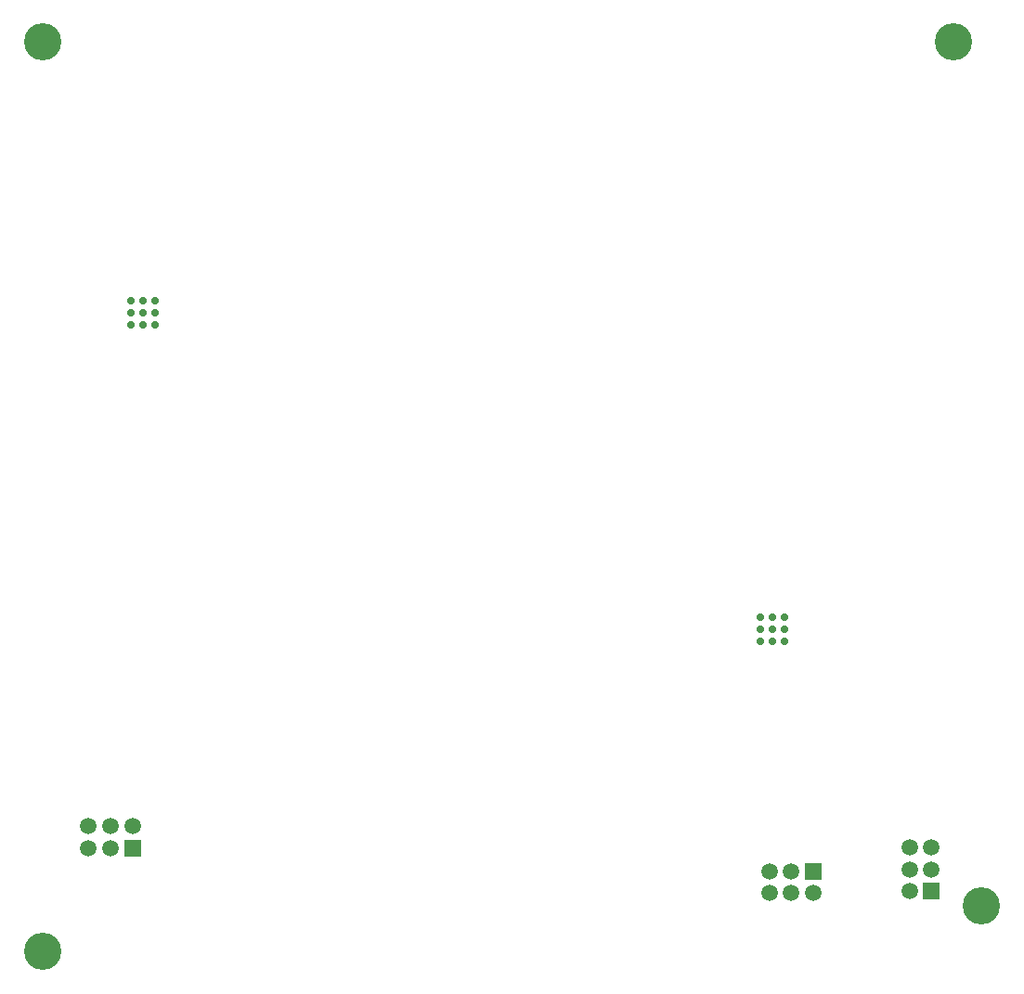
<source format=gbr>
G04 #@! TF.FileFunction,Soldermask,Bot*
%FSLAX46Y46*%
G04 Gerber Fmt 4.6, Leading zero omitted, Abs format (unit mm)*
G04 Created by KiCad (PCBNEW 4.0.2-1.fc23-product) date Fri 22 Apr 2016 01:08:18 PM EEST*
%MOMM*%
G01*
G04 APERTURE LIST*
%ADD10C,0.100000*%
%ADD11C,3.400000*%
%ADD12R,1.500000X1.500000*%
%ADD13C,1.500000*%
%ADD14C,0.740000*%
G04 APERTURE END LIST*
D10*
D11*
X190250000Y-59350000D03*
X192800000Y-138180000D03*
X107250000Y-142350000D03*
D12*
X177500000Y-135000000D03*
D13*
X177500000Y-137000000D03*
X175500000Y-135000000D03*
X175500000Y-137000000D03*
X173500000Y-135000000D03*
X173500000Y-137000000D03*
D12*
X115400000Y-132900000D03*
D13*
X115400000Y-130900000D03*
X113400000Y-132900000D03*
X113400000Y-130900000D03*
X111400000Y-132900000D03*
X111400000Y-130900000D03*
D12*
X188277620Y-136834336D03*
D13*
X186277620Y-136834336D03*
X188277620Y-134834336D03*
X186277620Y-134834336D03*
X188277620Y-132834336D03*
X186277620Y-132834336D03*
D11*
X107250000Y-59350000D03*
D14*
X115234760Y-85181328D03*
X116334760Y-85181328D03*
X117434760Y-85181328D03*
X115234760Y-84081328D03*
X116334760Y-84081328D03*
X117434760Y-84081328D03*
X115234760Y-82981328D03*
X116334760Y-82981328D03*
X117434760Y-82981328D03*
X174859692Y-114005988D03*
X174859692Y-112905988D03*
X174859692Y-111805988D03*
X173759692Y-114005988D03*
X173759692Y-112905988D03*
X173759692Y-111805988D03*
X172659692Y-114005988D03*
X172659692Y-112905988D03*
X172659692Y-111805988D03*
M02*

</source>
